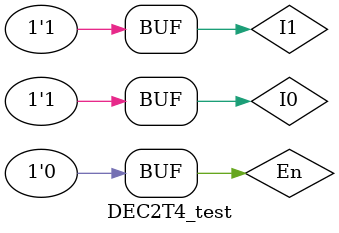
<source format=v>
`timescale 1ns / 1ps


module DEC2T4_test;

	// Inputs
	reg I0;
	reg I1;
	reg En;

	// Outputs
	wire Y0;
	wire Y1;
	wire Y2;
	wire Y3;

	// Instantiate the Unit Under Test (UUT)
	DEC2T4 uut (
		.I0(I0), 
		.I1(I1), 
		.En(En), 
		.Y0(Y0), 
		.Y1(Y1), 
		.Y2(Y2), 
		.Y3(Y3)
	);

	initial begin
		// Initialize Inputs
		I0 = 0;
		I1 = 0;
		En = 1;

		// Wait 100 ns for global reset to finish
		#100;
        
		// Add stimulus here

        #100 {I0, I1} = 2'b00;
        #100 {I0, I1} = 2'b01;
        #100 {I0, I1} = 2'b10;
        #100 {I0, I1} = 2'b11;

        #100 En = 0;
        #100 {I0, I1} = 2'b00;
        #100 {I0, I1} = 2'b11;
	end
      
endmodule


</source>
